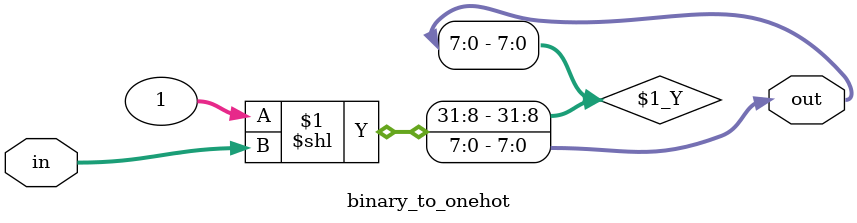
<source format=sv>
module binary_to_onehot #(
    parameter IN_WIDTH = 3
) (
    input logic [IN_WIDTH-1:0]  in,

    output logic [(1 << IN_WIDTH)-1:0] out  // (1 << IN_WIDTH) shift 1 maximum times to the left to get the max range
);

// ----------------- Solution -----------------
assign out = 1 << in;
    
endmodule
</source>
